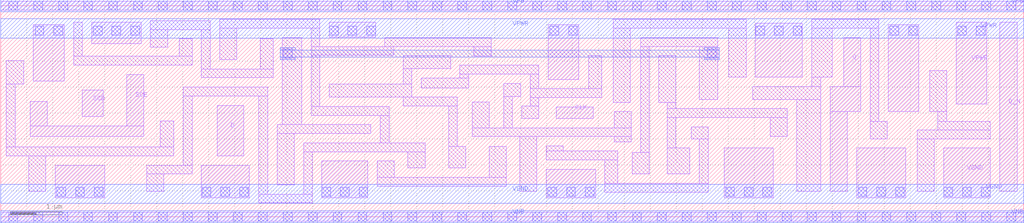
<source format=lef>
# Copyright 2020 The SkyWater PDK Authors
#
# Licensed under the Apache License, Version 2.0 (the "License");
# you may not use this file except in compliance with the License.
# You may obtain a copy of the License at
#
#     https://www.apache.org/licenses/LICENSE-2.0
#
# Unless required by applicable law or agreed to in writing, software
# distributed under the License is distributed on an "AS IS" BASIS,
# WITHOUT WARRANTIES OR CONDITIONS OF ANY KIND, either express or implied.
# See the License for the specific language governing permissions and
# limitations under the License.
#
# SPDX-License-Identifier: Apache-2.0

VERSION 5.7 ;
  NAMESCASESENSITIVE ON ;
  NOWIREEXTENSIONATPIN ON ;
  DIVIDERCHAR "/" ;
  BUSBITCHARS "[]" ;
UNITS
  DATABASE MICRONS 200 ;
END UNITS
MACRO sky130_fd_sc_hvl__sdfxbp_1
  CLASS CORE ;
  SOURCE USER ;
  FOREIGN sky130_fd_sc_hvl__sdfxbp_1 ;
  ORIGIN  0.000000  0.000000 ;
  SIZE  19.68000 BY  4.070000 ;
  SYMMETRY X Y ;
  SITE unithv ;
  PIN D
    ANTENNAGATEAREA  0.420000 ;
    DIRECTION INPUT ;
    USE SIGNAL ;
    PORT
      LAYER li1 ;
        RECT 4.165000 1.175000 4.675000 2.150000 ;
    END
  END D
  PIN Q
    ANTENNADIFFAREA  0.611250 ;
    DIRECTION OUTPUT ;
    USE SIGNAL ;
    PORT
      LAYER li1 ;
        RECT 15.955000 0.495000 16.285000 2.025000 ;
        RECT 15.955000 2.025000 16.545000 2.515000 ;
        RECT 16.215000 2.515000 16.545000 3.455000 ;
    END
  END Q
  PIN Q_N
    ANTENNADIFFAREA  0.641250 ;
    DIRECTION OUTPUT ;
    USE SIGNAL ;
    PORT
      LAYER li1 ;
        RECT 19.220000 0.495000 19.555000 3.755000 ;
    END
  END Q_N
  PIN SCD
    ANTENNAGATEAREA  0.420000 ;
    DIRECTION INPUT ;
    USE SIGNAL ;
    PORT
      LAYER li1 ;
        RECT 1.565000 1.930000 1.975000 2.440000 ;
    END
  END SCD
  PIN SCE
    ANTENNAGATEAREA  0.840000 ;
    DIRECTION INPUT ;
    USE SIGNAL ;
    PORT
      LAYER li1 ;
        RECT 0.565000 1.550000 2.755000 1.750000 ;
        RECT 0.565000 1.750000 0.895000 2.220000 ;
        RECT 2.425000 1.750000 2.755000 2.745000 ;
    END
  END SCE
  PIN CLK
    ANTENNAGATEAREA  0.585000 ;
    DIRECTION INPUT ;
    USE CLOCK ;
    PORT
      LAYER li1 ;
        RECT 10.685000 1.895000 11.395000 2.120000 ;
    END
  END CLK
  PIN VGND
    DIRECTION INOUT ;
    USE GROUND ;
    PORT
      LAYER li1 ;
        RECT  1.050000 0.365000  2.000000 0.995000 ;
        RECT  3.860000 0.365000  4.785000 0.995000 ;
        RECT  6.175000 0.365000  7.065000 1.075000 ;
        RECT 10.495000 0.365000 11.445000 0.915000 ;
        RECT 13.915000 0.365000 14.865000 1.325000 ;
        RECT 16.465000 0.365000 17.415000 1.325000 ;
        RECT 18.140000 0.365000 19.040000 1.325000 ;
      LAYER mcon ;
        RECT  1.080000 0.395000  1.250000 0.565000 ;
        RECT  1.440000 0.395000  1.610000 0.565000 ;
        RECT  1.800000 0.395000  1.970000 0.565000 ;
        RECT  3.875000 0.395000  4.045000 0.565000 ;
        RECT  4.235000 0.395000  4.405000 0.565000 ;
        RECT  4.595000 0.395000  4.765000 0.565000 ;
        RECT  6.175000 0.395000  6.345000 0.565000 ;
        RECT  6.535000 0.395000  6.705000 0.565000 ;
        RECT  6.895000 0.395000  7.065000 0.565000 ;
        RECT 10.525000 0.395000 10.695000 0.565000 ;
        RECT 10.885000 0.395000 11.055000 0.565000 ;
        RECT 11.245000 0.395000 11.415000 0.565000 ;
        RECT 13.945000 0.395000 14.115000 0.565000 ;
        RECT 14.305000 0.395000 14.475000 0.565000 ;
        RECT 14.665000 0.395000 14.835000 0.565000 ;
        RECT 16.495000 0.395000 16.665000 0.565000 ;
        RECT 16.855000 0.395000 17.025000 0.565000 ;
        RECT 17.215000 0.395000 17.385000 0.565000 ;
        RECT 18.145000 0.395000 18.315000 0.565000 ;
        RECT 18.505000 0.395000 18.675000 0.565000 ;
        RECT 18.865000 0.395000 19.035000 0.565000 ;
      LAYER met1 ;
        RECT 0.000000 0.255000 19.680000 0.625000 ;
    END
  END VGND
  PIN VNB
    DIRECTION INOUT ;
    USE GROUND ;
    PORT
      LAYER li1 ;
        RECT 0.000000 -0.085000 19.680000 0.085000 ;
      LAYER mcon ;
        RECT  0.155000 -0.085000  0.325000 0.085000 ;
        RECT  0.635000 -0.085000  0.805000 0.085000 ;
        RECT  1.115000 -0.085000  1.285000 0.085000 ;
        RECT  1.595000 -0.085000  1.765000 0.085000 ;
        RECT  2.075000 -0.085000  2.245000 0.085000 ;
        RECT  2.555000 -0.085000  2.725000 0.085000 ;
        RECT  3.035000 -0.085000  3.205000 0.085000 ;
        RECT  3.515000 -0.085000  3.685000 0.085000 ;
        RECT  3.995000 -0.085000  4.165000 0.085000 ;
        RECT  4.475000 -0.085000  4.645000 0.085000 ;
        RECT  4.955000 -0.085000  5.125000 0.085000 ;
        RECT  5.435000 -0.085000  5.605000 0.085000 ;
        RECT  5.915000 -0.085000  6.085000 0.085000 ;
        RECT  6.395000 -0.085000  6.565000 0.085000 ;
        RECT  6.875000 -0.085000  7.045000 0.085000 ;
        RECT  7.355000 -0.085000  7.525000 0.085000 ;
        RECT  7.835000 -0.085000  8.005000 0.085000 ;
        RECT  8.315000 -0.085000  8.485000 0.085000 ;
        RECT  8.795000 -0.085000  8.965000 0.085000 ;
        RECT  9.275000 -0.085000  9.445000 0.085000 ;
        RECT  9.755000 -0.085000  9.925000 0.085000 ;
        RECT 10.235000 -0.085000 10.405000 0.085000 ;
        RECT 10.715000 -0.085000 10.885000 0.085000 ;
        RECT 11.195000 -0.085000 11.365000 0.085000 ;
        RECT 11.675000 -0.085000 11.845000 0.085000 ;
        RECT 12.155000 -0.085000 12.325000 0.085000 ;
        RECT 12.635000 -0.085000 12.805000 0.085000 ;
        RECT 13.115000 -0.085000 13.285000 0.085000 ;
        RECT 13.595000 -0.085000 13.765000 0.085000 ;
        RECT 14.075000 -0.085000 14.245000 0.085000 ;
        RECT 14.555000 -0.085000 14.725000 0.085000 ;
        RECT 15.035000 -0.085000 15.205000 0.085000 ;
        RECT 15.515000 -0.085000 15.685000 0.085000 ;
        RECT 15.995000 -0.085000 16.165000 0.085000 ;
        RECT 16.475000 -0.085000 16.645000 0.085000 ;
        RECT 16.955000 -0.085000 17.125000 0.085000 ;
        RECT 17.435000 -0.085000 17.605000 0.085000 ;
        RECT 17.915000 -0.085000 18.085000 0.085000 ;
        RECT 18.395000 -0.085000 18.565000 0.085000 ;
        RECT 18.875000 -0.085000 19.045000 0.085000 ;
        RECT 19.355000 -0.085000 19.525000 0.085000 ;
      LAYER met1 ;
        RECT 0.000000 -0.115000 19.680000 0.115000 ;
    END
  END VNB
  PIN VPB
    DIRECTION INOUT ;
    USE POWER ;
    PORT
      LAYER li1 ;
        RECT 0.000000 3.985000 19.680000 4.155000 ;
      LAYER mcon ;
        RECT  0.155000 3.985000  0.325000 4.155000 ;
        RECT  0.635000 3.985000  0.805000 4.155000 ;
        RECT  1.115000 3.985000  1.285000 4.155000 ;
        RECT  1.595000 3.985000  1.765000 4.155000 ;
        RECT  2.075000 3.985000  2.245000 4.155000 ;
        RECT  2.555000 3.985000  2.725000 4.155000 ;
        RECT  3.035000 3.985000  3.205000 4.155000 ;
        RECT  3.515000 3.985000  3.685000 4.155000 ;
        RECT  3.995000 3.985000  4.165000 4.155000 ;
        RECT  4.475000 3.985000  4.645000 4.155000 ;
        RECT  4.955000 3.985000  5.125000 4.155000 ;
        RECT  5.435000 3.985000  5.605000 4.155000 ;
        RECT  5.915000 3.985000  6.085000 4.155000 ;
        RECT  6.395000 3.985000  6.565000 4.155000 ;
        RECT  6.875000 3.985000  7.045000 4.155000 ;
        RECT  7.355000 3.985000  7.525000 4.155000 ;
        RECT  7.835000 3.985000  8.005000 4.155000 ;
        RECT  8.315000 3.985000  8.485000 4.155000 ;
        RECT  8.795000 3.985000  8.965000 4.155000 ;
        RECT  9.275000 3.985000  9.445000 4.155000 ;
        RECT  9.755000 3.985000  9.925000 4.155000 ;
        RECT 10.235000 3.985000 10.405000 4.155000 ;
        RECT 10.715000 3.985000 10.885000 4.155000 ;
        RECT 11.195000 3.985000 11.365000 4.155000 ;
        RECT 11.675000 3.985000 11.845000 4.155000 ;
        RECT 12.155000 3.985000 12.325000 4.155000 ;
        RECT 12.635000 3.985000 12.805000 4.155000 ;
        RECT 13.115000 3.985000 13.285000 4.155000 ;
        RECT 13.595000 3.985000 13.765000 4.155000 ;
        RECT 14.075000 3.985000 14.245000 4.155000 ;
        RECT 14.555000 3.985000 14.725000 4.155000 ;
        RECT 15.035000 3.985000 15.205000 4.155000 ;
        RECT 15.515000 3.985000 15.685000 4.155000 ;
        RECT 15.995000 3.985000 16.165000 4.155000 ;
        RECT 16.475000 3.985000 16.645000 4.155000 ;
        RECT 16.955000 3.985000 17.125000 4.155000 ;
        RECT 17.435000 3.985000 17.605000 4.155000 ;
        RECT 17.915000 3.985000 18.085000 4.155000 ;
        RECT 18.395000 3.985000 18.565000 4.155000 ;
        RECT 18.875000 3.985000 19.045000 4.155000 ;
        RECT 19.355000 3.985000 19.525000 4.155000 ;
      LAYER met1 ;
        RECT 0.000000 3.955000 19.680000 4.185000 ;
    END
  END VPB
  PIN VPWR
    DIRECTION INOUT ;
    USE POWER ;
    PORT
      LAYER li1 ;
        RECT  0.630000 2.620000  1.220000 3.705000 ;
        RECT  1.750000 3.335000  2.700000 3.755000 ;
        RECT  6.320000 3.465000  7.210000 3.755000 ;
        RECT 10.535000 2.650000 11.125000 3.705000 ;
        RECT 14.520000 2.695000 15.425000 3.735000 ;
        RECT 17.075000 2.025000 17.665000 3.705000 ;
        RECT 18.380000 2.175000 18.970000 3.755000 ;
      LAYER mcon ;
        RECT  0.660000 3.505000  0.830000 3.675000 ;
        RECT  1.020000 3.505000  1.190000 3.675000 ;
        RECT  1.780000 3.505000  1.950000 3.675000 ;
        RECT  2.140000 3.505000  2.310000 3.675000 ;
        RECT  2.500000 3.505000  2.670000 3.675000 ;
        RECT  6.320000 3.505000  6.490000 3.675000 ;
        RECT  6.680000 3.505000  6.850000 3.675000 ;
        RECT  7.040000 3.505000  7.210000 3.675000 ;
        RECT 10.565000 3.505000 10.735000 3.675000 ;
        RECT 10.925000 3.505000 11.095000 3.675000 ;
        RECT 14.525000 3.505000 14.695000 3.675000 ;
        RECT 14.885000 3.505000 15.055000 3.675000 ;
        RECT 15.245000 3.505000 15.415000 3.675000 ;
        RECT 17.105000 3.505000 17.275000 3.675000 ;
        RECT 17.465000 3.505000 17.635000 3.675000 ;
        RECT 18.410000 3.505000 18.580000 3.675000 ;
        RECT 18.770000 3.505000 18.940000 3.675000 ;
      LAYER met1 ;
        RECT 0.000000 3.445000 19.680000 3.815000 ;
    END
  END VPWR
  OBS
    LAYER li1 ;
      RECT  0.110000 1.175000  3.330000 1.345000 ;
      RECT  0.110000 1.345000  0.280000 2.555000 ;
      RECT  0.110000 2.555000  0.440000 3.015000 ;
      RECT  0.540000 0.495000  0.870000 1.175000 ;
      RECT  1.400000 2.925000  3.680000 3.095000 ;
      RECT  1.400000 3.095000  1.570000 3.755000 ;
      RECT  2.810000 0.495000  3.140000 0.825000 ;
      RECT  2.810000 0.825000  3.680000 0.995000 ;
      RECT  2.880000 3.275000  3.210000 3.610000 ;
      RECT  2.880000 3.610000  4.030000 3.780000 ;
      RECT  3.065000 1.345000  3.330000 1.845000 ;
      RECT  3.430000 3.095000  3.680000 3.430000 ;
      RECT  3.510000 0.995000  3.680000 2.330000 ;
      RECT  3.510000 2.330000  5.135000 2.500000 ;
      RECT  3.860000 2.680000  5.240000 2.850000 ;
      RECT  3.860000 2.850000  4.030000 3.610000 ;
      RECT  4.210000 3.030000  4.540000 3.635000 ;
      RECT  4.210000 3.635000  6.140000 3.805000 ;
      RECT  4.965000 0.265000  5.995000 0.435000 ;
      RECT  4.965000 0.435000  5.135000 2.330000 ;
      RECT  4.990000 2.850000  5.240000 3.430000 ;
      RECT  5.315000 0.615000  5.645000 1.605000 ;
      RECT  5.315000 1.605000  7.120000 1.775000 ;
      RECT  5.420000 1.775000  5.790000 3.455000 ;
      RECT  5.825000 0.435000  5.995000 1.255000 ;
      RECT  5.825000 1.255000  8.165000 1.425000 ;
      RECT  5.970000 1.955000  7.470000 2.125000 ;
      RECT  5.970000 2.125000  6.140000 3.115000 ;
      RECT  5.970000 3.115000  7.560000 3.285000 ;
      RECT  5.970000 3.285000  6.140000 3.635000 ;
      RECT  6.320000 2.305000  7.910000 2.555000 ;
      RECT  7.245000 0.590000  9.725000 0.760000 ;
      RECT  7.245000 0.760000  7.575000 1.075000 ;
      RECT  7.300000 1.425000  7.470000 1.955000 ;
      RECT  7.390000 3.285000  9.435000 3.455000 ;
      RECT  7.740000 2.135000  8.785000 2.305000 ;
      RECT  7.740000 2.555000  7.910000 2.855000 ;
      RECT  7.740000 2.855000  8.655000 3.105000 ;
      RECT  7.835000 0.940000  8.165000 1.255000 ;
      RECT  8.090000 2.485000  9.005000 2.675000 ;
      RECT  8.615000 0.940000  8.945000 1.360000 ;
      RECT  8.615000 1.360000  8.785000 2.135000 ;
      RECT  8.835000 2.675000  9.005000 2.750000 ;
      RECT  8.835000 2.750000 10.355000 2.920000 ;
      RECT  9.070000 1.545000 12.130000 1.715000 ;
      RECT  9.070000 1.715000  9.400000 2.215000 ;
      RECT  9.105000 3.100000  9.435000 3.285000 ;
      RECT  9.395000 0.760000  9.725000 1.360000 ;
      RECT  9.675000 1.715000  9.845000 2.320000 ;
      RECT  9.675000 2.320000 10.005000 2.570000 ;
      RECT  9.985000 0.495000 10.315000 1.545000 ;
      RECT 10.025000 1.895000 10.355000 2.140000 ;
      RECT 10.185000 2.140000 10.355000 2.300000 ;
      RECT 10.185000 2.300000 11.565000 2.470000 ;
      RECT 10.185000 2.470000 10.355000 2.750000 ;
      RECT 10.495000 1.095000 11.875000 1.265000 ;
      RECT 10.495000 1.265000 10.825000 1.365000 ;
      RECT 11.315000 2.470000 11.565000 3.110000 ;
      RECT 11.625000 0.475000 13.610000 0.645000 ;
      RECT 11.625000 0.645000 11.875000 1.095000 ;
      RECT 11.785000 2.205000 12.115000 3.635000 ;
      RECT 11.785000 3.635000 14.340000 3.805000 ;
      RECT 11.800000 1.445000 12.130000 1.545000 ;
      RECT 11.800000 1.715000 12.130000 2.025000 ;
      RECT 12.150000 0.825000 12.480000 1.245000 ;
      RECT 12.310000 1.245000 12.480000 3.285000 ;
      RECT 12.310000 3.285000 13.795000 3.455000 ;
      RECT 12.660000 2.205000 12.990000 3.105000 ;
      RECT 12.820000 0.825000 13.260000 1.325000 ;
      RECT 12.820000 1.325000 12.990000 1.915000 ;
      RECT 12.820000 1.915000 15.135000 2.085000 ;
      RECT 12.820000 2.085000 12.990000 2.205000 ;
      RECT 13.280000 1.505000 13.610000 1.735000 ;
      RECT 13.440000 0.645000 13.610000 1.505000 ;
      RECT 13.440000 2.265000 13.795000 3.285000 ;
      RECT 14.010000 2.695000 14.340000 3.635000 ;
      RECT 14.465000 2.265000 15.775000 2.515000 ;
      RECT 14.805000 1.545000 15.135000 1.915000 ;
      RECT 15.315000 0.495000 15.775000 2.265000 ;
      RECT 15.605000 2.515000 15.775000 2.695000 ;
      RECT 15.605000 2.695000 15.995000 3.635000 ;
      RECT 15.605000 3.635000 16.895000 3.805000 ;
      RECT 16.725000 1.505000 17.055000 1.835000 ;
      RECT 16.725000 1.835000 16.895000 3.635000 ;
      RECT 17.630000 0.495000 17.960000 1.505000 ;
      RECT 17.630000 1.505000 19.040000 1.675000 ;
      RECT 17.870000 2.025000 18.200000 2.815000 ;
      RECT 18.030000 1.675000 19.040000 1.835000 ;
      RECT 18.030000 1.835000 18.200000 2.025000 ;
    LAYER mcon ;
      RECT  5.435000 3.060000  5.605000 3.230000 ;
      RECT 13.595000 3.060000 13.765000 3.230000 ;
    LAYER met1 ;
      RECT  5.375000 3.030000  5.665000 3.075000 ;
      RECT  5.375000 3.075000 13.825000 3.215000 ;
      RECT  5.375000 3.215000  5.665000 3.260000 ;
      RECT 13.535000 3.030000 13.825000 3.075000 ;
      RECT 13.535000 3.215000 13.825000 3.260000 ;
  END
END sky130_fd_sc_hvl__sdfxbp_1

</source>
